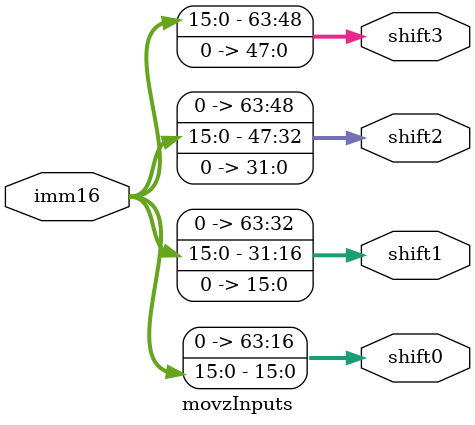
<source format=sv>
module movzInputs(imm16, shift0, shift1, shift2, shift3); 
	input logic [15:0] imm16;
	output logic [63:0] shift0, shift1, shift2, shift3;
	
	assign shift0 = {48'b0, imm16};
	assign shift1 = {32'b0, imm16, 16'b0};
	assign shift2 = {16'b0, imm16, 32'b0};
	assign shift3 = {imm16, 48'b0}; 
endmodule

</source>
